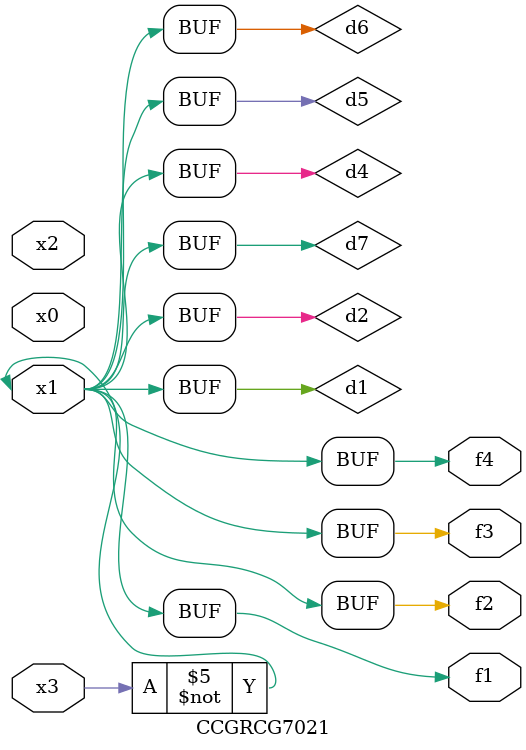
<source format=v>
module CCGRCG7021(
	input x0, x1, x2, x3,
	output f1, f2, f3, f4
);

	wire d1, d2, d3, d4, d5, d6, d7;

	not (d1, x3);
	buf (d2, x1);
	xnor (d3, d1, d2);
	nor (d4, d1);
	buf (d5, d1, d2);
	buf (d6, d4, d5);
	nand (d7, d4);
	assign f1 = d6;
	assign f2 = d7;
	assign f3 = d6;
	assign f4 = d6;
endmodule

</source>
